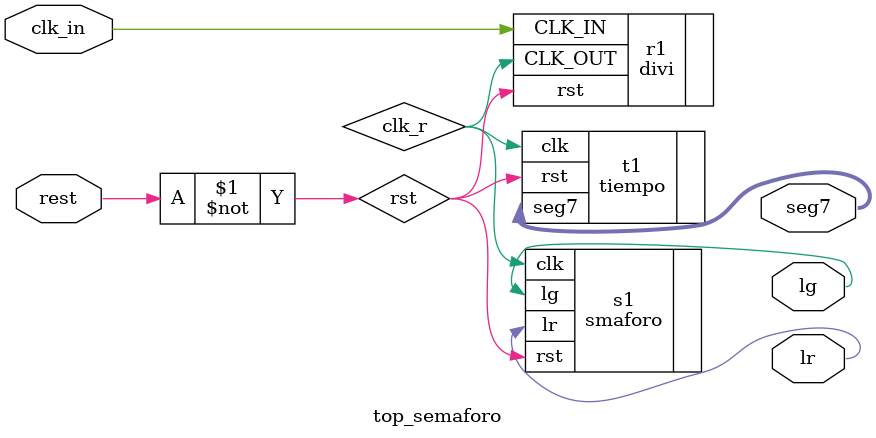
<source format=v>
module top_semaforo(clk_in, rest, lr, lg, seg7);

input clk_in, rest;
output lr, lg;
output [6:0] seg7;

wire clk_r, rst;
assign rst = ~rest;

divi r1(
.CLK_OUT(clk_r),
.rst(rst),
.CLK_IN(clk_in)
);

smaforo s1(
.clk(clk_r),
.rst(rst),
.lr(lr),
.lg(lg)
);

tiempo t1(
.clk(clk_r),
.rst(rst),
.seg7(seg7)
);
endmodule

</source>
